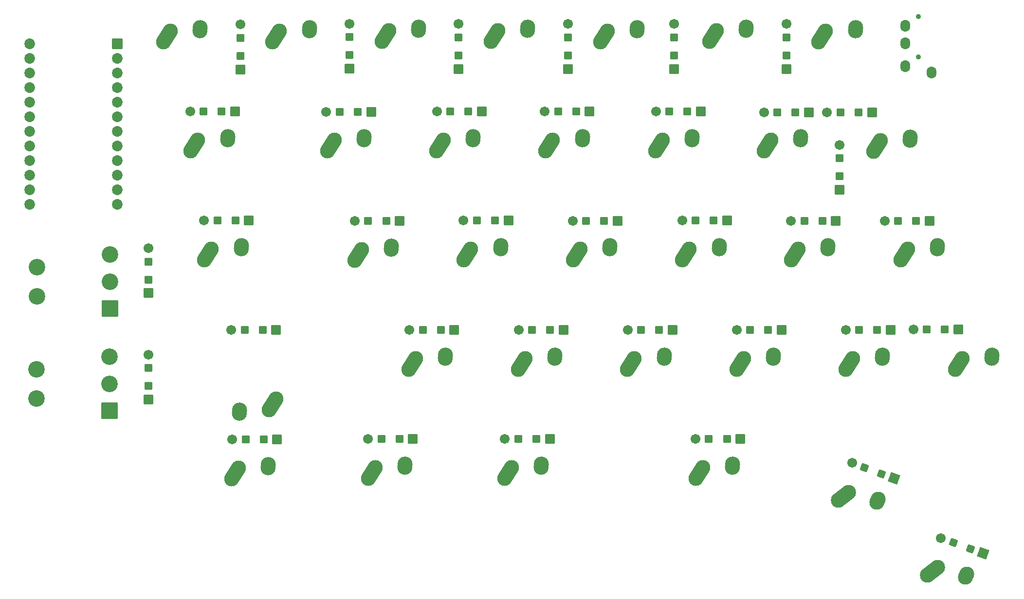
<source format=gts>
G04 #@! TF.GenerationSoftware,KiCad,Pcbnew,(6.0.10-0)*
G04 #@! TF.CreationDate,2022-12-24T00:39:51-08:00*
G04 #@! TF.ProjectId,left,6c656674-2e6b-4696-9361-645f70636258,rev?*
G04 #@! TF.SameCoordinates,Original*
G04 #@! TF.FileFunction,Soldermask,Top*
G04 #@! TF.FilePolarity,Negative*
%FSLAX46Y46*%
G04 Gerber Fmt 4.6, Leading zero omitted, Abs format (unit mm)*
G04 Created by KiCad (PCBNEW (6.0.10-0)) date 2022-12-24 00:39:51*
%MOMM*%
%LPD*%
G01*
G04 APERTURE LIST*
G04 Aperture macros list*
%AMRoundRect*
0 Rectangle with rounded corners*
0 $1 Rounding radius*
0 $2 $3 $4 $5 $6 $7 $8 $9 X,Y pos of 4 corners*
0 Add a 4 corners polygon primitive as box body*
4,1,4,$2,$3,$4,$5,$6,$7,$8,$9,$2,$3,0*
0 Add four circle primitives for the rounded corners*
1,1,$1+$1,$2,$3*
1,1,$1+$1,$4,$5*
1,1,$1+$1,$6,$7*
1,1,$1+$1,$8,$9*
0 Add four rect primitives between the rounded corners*
20,1,$1+$1,$2,$3,$4,$5,0*
20,1,$1+$1,$4,$5,$6,$7,0*
20,1,$1+$1,$6,$7,$8,$9,0*
20,1,$1+$1,$8,$9,$2,$3,0*%
%AMHorizOval*
0 Thick line with rounded ends*
0 $1 width*
0 $2 $3 position (X,Y) of the first rounded end (center of the circle)*
0 $4 $5 position (X,Y) of the second rounded end (center of the circle)*
0 Add line between two ends*
20,1,$1,$2,$3,$4,$5,0*
0 Add two circle primitives to create the rounded ends*
1,1,$1,$2,$3*
1,1,$1,$4,$5*%
G04 Aperture macros list end*
%ADD10RoundRect,0.051000X-0.876300X0.876300X-0.876300X-0.876300X0.876300X-0.876300X0.876300X0.876300X0*%
%ADD11C,1.854600*%
%ADD12RoundRect,0.051000X0.800000X-0.800000X0.800000X0.800000X-0.800000X0.800000X-0.800000X-0.800000X0*%
%ADD13RoundRect,0.051000X0.600000X-0.600000X0.600000X0.600000X-0.600000X0.600000X-0.600000X-0.600000X0*%
%ADD14C,1.702000*%
%ADD15RoundRect,0.051000X0.600000X0.600000X-0.600000X0.600000X-0.600000X-0.600000X0.600000X-0.600000X0*%
%ADD16RoundRect,0.051000X0.800000X0.800000X-0.800000X0.800000X-0.800000X-0.800000X0.800000X-0.800000X0*%
%ADD17RoundRect,0.051000X0.769028X0.358603X-0.358603X0.769028X-0.769028X-0.358603X0.358603X-0.769028X0*%
%ADD18RoundRect,0.051000X1.025370X0.478138X-0.478138X1.025370X-1.025370X-0.478138X0.478138X-1.025370X0*%
%ADD19HorizOval,2.602000X-0.604462X-0.948815X0.604462X0.948815X0*%
%ADD20HorizOval,2.602000X-0.019724X-0.289328X0.019724X0.289328X0*%
%ADD21HorizOval,2.602000X0.604462X0.948815X-0.604462X-0.948815X0*%
%ADD22HorizOval,2.602000X0.019724X0.289328X-0.019724X-0.289328X0*%
%ADD23HorizOval,2.602000X-0.892523X-0.684857X0.892523X0.684857X0*%
%ADD24HorizOval,2.602000X-0.117491X-0.265134X0.117491X0.265134X0*%
%ADD25RoundRect,0.051000X1.387500X-1.387500X1.387500X1.387500X-1.387500X1.387500X-1.387500X-1.387500X0*%
%ADD26C,2.877000*%
%ADD27C,0.902000*%
%ADD28O,1.702000X2.102000*%
G04 APERTURE END LIST*
D10*
X54620000Y-37016750D03*
D11*
X54620000Y-39556750D03*
X54620000Y-42096750D03*
X54620000Y-44636750D03*
X54620000Y-47176750D03*
X54620000Y-49716750D03*
X54620000Y-52256750D03*
X54620000Y-54796750D03*
X54620000Y-57336750D03*
X54620000Y-59876750D03*
X54620000Y-62416750D03*
X54620000Y-64956750D03*
X39380000Y-64956750D03*
X39380000Y-62416750D03*
X39380000Y-59876750D03*
X39380000Y-57336750D03*
X39380000Y-54796750D03*
X39380000Y-52256750D03*
X39380000Y-49716750D03*
X39380000Y-47176750D03*
X39380000Y-44636750D03*
X39380000Y-42096750D03*
X39380000Y-39556750D03*
X39380000Y-37016750D03*
D12*
X76000000Y-41475000D03*
D13*
X76000000Y-39150000D03*
D14*
X76000000Y-33675000D03*
D13*
X76000000Y-36000000D03*
X95000000Y-39000000D03*
D12*
X95000000Y-41325000D03*
D14*
X95000000Y-33525000D03*
D13*
X95000000Y-35850000D03*
X114000000Y-39075000D03*
D12*
X114000000Y-41400000D03*
D14*
X114000000Y-33600000D03*
D13*
X114000000Y-35925000D03*
D15*
X72775000Y-48800000D03*
D16*
X75100000Y-48800000D03*
D15*
X69625000Y-48800000D03*
D14*
X67300000Y-48800000D03*
D15*
X75175000Y-67800000D03*
D16*
X77500000Y-67800000D03*
D14*
X69700000Y-67800000D03*
D15*
X72025000Y-67800000D03*
D16*
X82250000Y-86825000D03*
D15*
X79925000Y-86825000D03*
D14*
X74450000Y-86825000D03*
D15*
X76775000Y-86825000D03*
D16*
X82425000Y-105850000D03*
D15*
X80100000Y-105850000D03*
X76950000Y-105850000D03*
D14*
X74625000Y-105850000D03*
D16*
X103725000Y-67850000D03*
D15*
X101400000Y-67850000D03*
X98250000Y-67850000D03*
D14*
X95925000Y-67850000D03*
D16*
X106025000Y-105775000D03*
D15*
X103700000Y-105775000D03*
X100550000Y-105775000D03*
D14*
X98225000Y-105775000D03*
D15*
X115700000Y-48825000D03*
D16*
X118025000Y-48825000D03*
D15*
X112550000Y-48825000D03*
D14*
X110225000Y-48825000D03*
D15*
X120325000Y-67800000D03*
D16*
X122650000Y-67800000D03*
D15*
X117175000Y-67800000D03*
D14*
X114850000Y-67800000D03*
D16*
X132250000Y-86825000D03*
D15*
X129925000Y-86825000D03*
D14*
X124450000Y-86825000D03*
D15*
X126775000Y-86825000D03*
X127525000Y-105800000D03*
D16*
X129850000Y-105800000D03*
D14*
X122050000Y-105800000D03*
D15*
X124375000Y-105800000D03*
D12*
X133000000Y-41400000D03*
D13*
X133000000Y-39075000D03*
D14*
X133000000Y-33600000D03*
D13*
X133000000Y-35925000D03*
D15*
X134450000Y-48800000D03*
D16*
X136775000Y-48800000D03*
D14*
X128975000Y-48800000D03*
D15*
X131300000Y-48800000D03*
X139300000Y-67825000D03*
D16*
X141625000Y-67825000D03*
D15*
X136150000Y-67825000D03*
D14*
X133825000Y-67825000D03*
D15*
X148875000Y-86850000D03*
D16*
X151200000Y-86850000D03*
D14*
X143400000Y-86850000D03*
D15*
X145725000Y-86850000D03*
D16*
X163000000Y-105800000D03*
D15*
X160675000Y-105800000D03*
X157525000Y-105800000D03*
D14*
X155200000Y-105800000D03*
D12*
X151500000Y-41400000D03*
D13*
X151500000Y-39075000D03*
X151500000Y-35925000D03*
D14*
X151500000Y-33600000D03*
D16*
X156125000Y-48825000D03*
D15*
X153800000Y-48825000D03*
X150650000Y-48825000D03*
D14*
X148325000Y-48825000D03*
D16*
X160675000Y-67775000D03*
D15*
X158350000Y-67775000D03*
D14*
X152875000Y-67775000D03*
D15*
X155200000Y-67775000D03*
X167850000Y-86850000D03*
D16*
X170175000Y-86850000D03*
D14*
X162375000Y-86850000D03*
D15*
X164700000Y-86850000D03*
D13*
X171000000Y-39075000D03*
D12*
X171000000Y-41400000D03*
D14*
X171000000Y-33600000D03*
D13*
X171000000Y-35925000D03*
D15*
X172575000Y-49000000D03*
D16*
X174900000Y-49000000D03*
D14*
X167100000Y-49000000D03*
D15*
X169425000Y-49000000D03*
X177275000Y-67825000D03*
D16*
X179600000Y-67825000D03*
D14*
X171800000Y-67825000D03*
D15*
X174125000Y-67825000D03*
X186800000Y-86850000D03*
D16*
X189125000Y-86850000D03*
D15*
X183650000Y-86850000D03*
D14*
X181325000Y-86850000D03*
D17*
X203030016Y-124913682D03*
D18*
X205214801Y-125708879D03*
D17*
X200069984Y-123836318D03*
D14*
X197885199Y-123041121D03*
D16*
X185900000Y-49000000D03*
D15*
X183575000Y-49000000D03*
D14*
X178100000Y-49000000D03*
D15*
X180425000Y-49000000D03*
D13*
X180280000Y-60075000D03*
D12*
X180280000Y-62400000D03*
D13*
X180280000Y-56925000D03*
D14*
X180280000Y-54600000D03*
D15*
X193575000Y-67825000D03*
D16*
X195900000Y-67825000D03*
D14*
X188100000Y-67825000D03*
D15*
X190425000Y-67825000D03*
D19*
X63270000Y-35730000D03*
D20*
X69045000Y-34460000D03*
D19*
X82245000Y-35730000D03*
D20*
X88020000Y-34460000D03*
D19*
X101270000Y-35705000D03*
D20*
X107045000Y-34435000D03*
D19*
X68020000Y-54705000D03*
D20*
X73795000Y-53435000D03*
D19*
X70395000Y-73705000D03*
D20*
X76170000Y-72435000D03*
D21*
X81655000Y-99745000D03*
D22*
X75880000Y-101015000D03*
D19*
X75095000Y-111755000D03*
D20*
X80870000Y-110485000D03*
D19*
X91745000Y-54755000D03*
D20*
X97520000Y-53485000D03*
D19*
X96495000Y-73755000D03*
D20*
X102270000Y-72485000D03*
D19*
X105945000Y-92730000D03*
D20*
X111720000Y-91460000D03*
D19*
X98870000Y-111705000D03*
D20*
X104645000Y-110435000D03*
D19*
X110745000Y-54705000D03*
D20*
X116520000Y-53435000D03*
D19*
X115520000Y-73705000D03*
D20*
X121295000Y-72435000D03*
D19*
X124970000Y-92730000D03*
D20*
X130745000Y-91460000D03*
D19*
X122620000Y-111730000D03*
D20*
X128395000Y-110460000D03*
D19*
X120220000Y-35705000D03*
D20*
X125995000Y-34435000D03*
D19*
X129745000Y-54730000D03*
D20*
X135520000Y-53460000D03*
D19*
X134545000Y-73730000D03*
D20*
X140320000Y-72460000D03*
D19*
X143970000Y-92755000D03*
D20*
X149745000Y-91485000D03*
D19*
X155870000Y-111730000D03*
D20*
X161645000Y-110460000D03*
D19*
X139245000Y-35730000D03*
D20*
X145020000Y-34460000D03*
D19*
X148845000Y-54730000D03*
D20*
X154620000Y-53460000D03*
D19*
X153545000Y-73680000D03*
D20*
X159320000Y-72410000D03*
D19*
X162970000Y-92755000D03*
D20*
X168745000Y-91485000D03*
D19*
X158220000Y-35705000D03*
D20*
X163995000Y-34435000D03*
D19*
X167745000Y-54730000D03*
D20*
X173520000Y-53460000D03*
D19*
X172495000Y-73730000D03*
D20*
X178270000Y-72460000D03*
D19*
X181970000Y-92755000D03*
D20*
X187745000Y-91485000D03*
D19*
X177245000Y-35730000D03*
D20*
X183020000Y-34460000D03*
D19*
X186745000Y-54780000D03*
D20*
X192520000Y-53510000D03*
D19*
X191495000Y-73705000D03*
D20*
X197270000Y-72435000D03*
D19*
X201020000Y-92705000D03*
D20*
X206795000Y-91435000D03*
D23*
X180970211Y-115729006D03*
D24*
X186831302Y-116510763D03*
D23*
X196420211Y-128804006D03*
D24*
X202281302Y-129585763D03*
D15*
X110900000Y-86825000D03*
D16*
X113225000Y-86825000D03*
D15*
X107750000Y-86825000D03*
D14*
X105425000Y-86825000D03*
D15*
X96450000Y-48850000D03*
D16*
X98775000Y-48850000D03*
D15*
X93300000Y-48850000D03*
D14*
X90975000Y-48850000D03*
D16*
X200900000Y-86725000D03*
D15*
X198575000Y-86725000D03*
X195425000Y-86725000D03*
D14*
X193100000Y-86725000D03*
D17*
X187580016Y-111838682D03*
D18*
X189764801Y-112633879D03*
D14*
X182435199Y-109966121D03*
D17*
X184619984Y-110761318D03*
D13*
X60000000Y-78075000D03*
D12*
X60000000Y-80400000D03*
D13*
X60000000Y-74925000D03*
D14*
X60000000Y-72600000D03*
D25*
X53340000Y-83102500D03*
D26*
X53340000Y-78402500D03*
X53340000Y-73702500D03*
X40640000Y-80942500D03*
X40640000Y-75862500D03*
D13*
X60000000Y-96575000D03*
D12*
X60000000Y-98900000D03*
D14*
X60000000Y-91100000D03*
D13*
X60000000Y-93425000D03*
D25*
X53286250Y-100882500D03*
D26*
X53286250Y-96182500D03*
X53286250Y-91482500D03*
X40586250Y-98722500D03*
X40586250Y-93642500D03*
D27*
X194000000Y-32327500D03*
X194000000Y-39327500D03*
D28*
X196300000Y-42027500D03*
X191700000Y-40927500D03*
X191700000Y-36927500D03*
X191700000Y-33927500D03*
M02*

</source>
